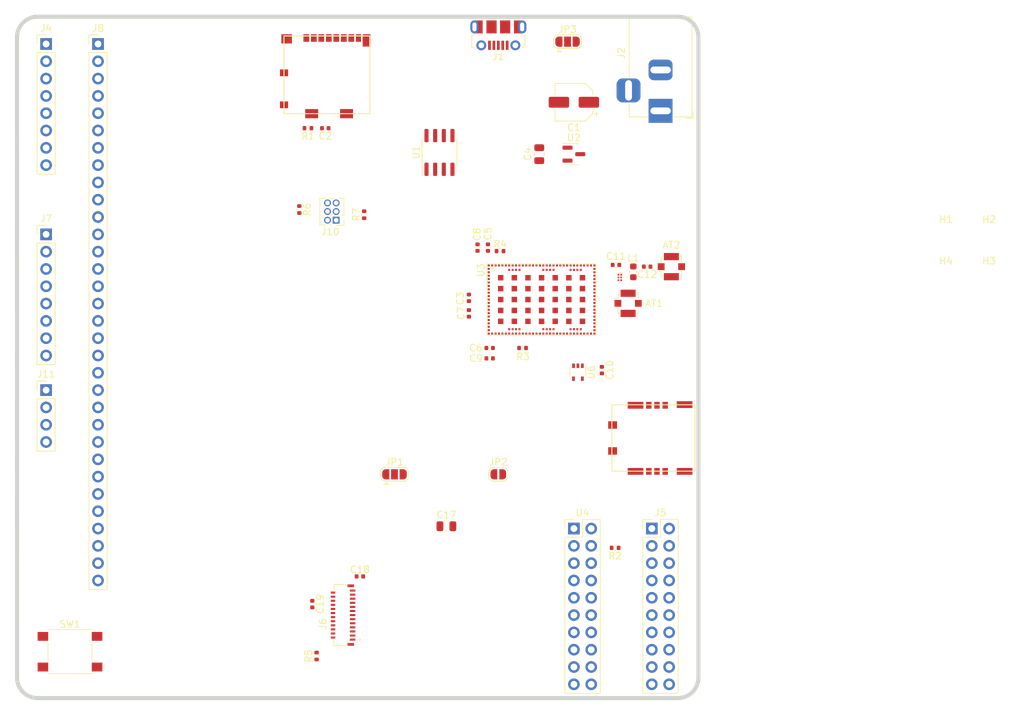
<source format=kicad_pcb>
(kicad_pcb (version 20211014) (generator pcbnew)
  (title_block (title "RP2040 Minimal Design Example") (date "2020-07-13") (rev "REV1") (company "Raspberry Pi (Trading) Ltd"))
  (layers (0 "F.Cu" signal) (31 "B.Cu" signal) (34 "B.Paste" user) (35 "F.Paste" user) (36 "B.SilkS" user "B.Silkscreen") (37 "F.SilkS" user "F.Silkscreen") (38 "B.Mask" user) (39 "F.Mask" user) (44 "Edge.Cuts" user))
  (net 0 "")
  (net 2 "CB_VCC")
  (net 3 "SCL")
  (net 4 "SDA")
  (net 5 "VS")
  (net 6 "HREF")
  (net 7 "PCLK")
  (net 8 "XCLK")
  (net 9 "CB_D7")
  (net 10 "CB_D6")
  (net 11 "CB_D5")
  (net 12 "CB_D4")
  (net 13 "CB_D3")
  (net 14 "CB_D2")
  (net 15 "CB_D0")
  (net 18 "PEN")
  (net 19 "PDN")
  (net 22 "CB_D1")
  (net 23 "CB_GND")
  (net 24 "CB_VIN")
  (net 31 "-BATT")
  (net 32 "Net-(AT1-Pad1)")
  (net 33 "Net-(AT2-Pad1)")
  (net 34 "VPP")
  (net 35 "V_3.3")
  (net 36 "Net-(C7-Pad2)")
  (net 37 "Net-(C10-Pad2)")
  (net 38 "Net-(C12-Pad2)")
  (net 40 "V_USB")
  (net 42 "+BATT")
  (net 43 "Net-(J8-Pad18)")
  (net 44 "Net-(J8-Pad19)")
  (net 45 "Net-(J8-Pad20)")
  (net 46 "TX")
  (net 47 "RX")
  (net 48 "SD_SCLK")
  (net 49 "SD_MISO")
  (net 50 "SD_MOSI")
  (net 51 "SD_CS")
  (net 52 "FLASH_SCLK")
  (net 53 "FLASH_MISO")
  (net 54 "FLASH_MOSI")
  (net 55 "FLASH_CS")
  (net 56 "nRF_PWR")
  (net 57 "nRF_STAT")
  (net 58 "nRF_RST")
  (net 59 "Net-(L1-Pad2)")
  (net 60 "nRF_EN")
  (net 61 "nRF_SWCLK")
  (net 62 "Net-(J10-Pad3)")
  (net 65 "nRF_SWDIO")
  (net 75 "Net-(U3-Pad67)")
  (net 81 "Net-(U3-Pad93)")
  (net 108 "Net-(U3-Pad43)")
  (net 109 "Net-(U3-Pad46)")
  (net 111 "Net-(U3-Pad48)")
  (footprint "project:SIMNano" (layer "F.Cu") (at 138.0585 131.826 90)
    (fp_text reference "J9" hide)
    (fp_text value "SIM" hide)
  )
  (footprint "Resistor_SMD:R_0402_1005Metric" (layer "F.Cu") (at 89.535 99.058 90)
    (fp_text reference "R7")
    (fp_text value "39 Ω")
  )
  (footprint "project:TSNP-6-2" (layer "F.Cu") (at 126.854 107.869)
    (fp_text reference "U5" hide)
    (fp_text value "BGA524N6" hide)
  )
  (footprint "Package_TO_SOT_SMD:SOT-23" (layer "F.Cu") (at 120.31 90.17)
    (fp_text reference "U2")
    (fp_text value "MCP1700-3302E_SOT23")
  )
  (footprint "Button_Switch_SMD:SW_Push_1P1T_NO_6x6mm_H9.5mm" (layer "F.Cu") (at 46.355 163.195)
    (fp_text reference "SW1")
    (fp_text value "RST")
  )
  (footprint "Connector_PinHeader_2.54mm:PinHeader_1x08_P2.54mm_Vertical" (layer "F.Cu") (at 42.85 101.94)
    (fp_text reference "J7")
    (fp_text value "Conn_01x08_Male")
  )
  (footprint "Package_SO:SOIC-8_3.9x4.9mm_P1.27mm" (layer "F.Cu") (at 100.584 89.916 90)
    (fp_text reference "U1")
    (fp_text value "23LCV1024-I/SN")
  )
  (footprint "Capacitor_SMD:C_0402_1005Metric" (layer "F.Cu") (at 126.492 106.426 180)
    (fp_text reference "C11")
    (fp_text value "100 nF")
  )
  (footprint "Connector_BarrelJack:BarrelJack_Horizontal" (layer "F.Cu") (at 133.0375 83.81 -90)
    (fp_text reference "J2")
    (fp_text value "Jack-DC")
  )
  (footprint "Resistor_SMD:R_0402_1005Metric" (layer "F.Cu") (at 80.01 98.298 -90)
    (fp_text reference "R6")
    (fp_text value "1 kΩ")
  )
  (footprint "project:nRF9160" (layer "F.Cu") (at 115.57 111.506)
    (fp_text reference "U3")
    (fp_text value "NRF9160")
  )
  (footprint "Capacitor_SMD:C_0402_1005Metric" (layer "F.Cu") (at 131.064 106.68 180)
    (fp_text reference "C12")
    (fp_text value "1 nF")
  )
  (footprint "Capacitor_SMD:C_0402_1005Metric" (layer "F.Cu") (at 81.915 156.21 -90)
    (fp_text reference "C19")
    (fp_text value "100 nF")
  )
  (footprint "Inductor_SMD:L_0603_1608Metric" (layer "F.Cu") (at 129.032 107.442 -90)
    (fp_text reference "L1")
    (fp_text value "9.1 nH")
  )
  (footprint "Resistor_SMD:R_0402_1005Metric" (layer "F.Cu") (at 126.365 147.955 180)
    (fp_text reference "R2")
    (fp_text value "10 kΩ")
  )
  (footprint "Capacitor_SMD:C_0402_1005Metric" (layer "F.Cu") (at 88.9 152.146 180)
    (fp_text reference "C18")
    (fp_text value "100 nF")
  )
  (footprint "Connector_PinHeader_2.54mm:PinHeader_1x04_P2.54mm_Vertical" (layer "F.Cu") (at 42.85 124.8)
    (fp_text reference "J11")
    (fp_text value "UART")
  )
  (footprint "Capacitor_SMD:CP_Elec_5x5.8" (layer "F.Cu") (at 120.31 82.55 180)
    (fp_text reference "C1")
    (fp_text value "100 uF")
  )
  (footprint "Capacitor_SMD:C_0402_1005Metric" (layer "F.Cu") (at 107.95 118.618 180)
    (fp_text reference "C6")
    (fp_text value "15 pF")
  )
  (footprint "MountingHole:MountingHole_2.7mm_M2.5" (layer "F.Cu") (at 181.24 109.56)
    (fp_text reference "H3")
    (fp_text value "MountingHole")
  )
  (footprint "Connector_USB:USB_Micro-B_Molex-105017-0001" (layer "F.Cu") (at 109.22 72.73 180)
    (fp_text reference "J1")
    (fp_text value "USB_B_Micro")
  )
  (footprint "Package_TO_SOT_SMD:SOT-353_SC-70-5" (layer "F.Cu") (at 120.904 122.174 -90)
    (fp_text reference "U6")
    (fp_text value "MSQA6V1W5T2G")
  )
  (footprint "FH26W-25S-0:HRS_FH26W-25S-0.3SHW(60)" (layer "F.Cu") (at 86.36 157.82 90)
    (fp_text reference "J6")
    (fp_text value "FH26W-25S-0.3SHW(60)")
  )
  (footprint "Resistor_SMD:R_0402_1005Metric" (layer "F.Cu") (at 82.55 163.83 90)
    (fp_text reference "R5")
    (fp_text value "10 kΩ")
  )
  (footprint "Resistor_SMD:R_0402_1005Metric" (layer "F.Cu") (at 109.474 104.394 180)
    (fp_text reference "R4")
    (fp_text value "10 kΩ")
  )
  (footprint "Capacitor_SMD:C_0402_1005Metric" (layer "F.Cu") (at 83.82 86.36 180)
    (fp_text reference "C2")
    (fp_text value "100 nF")
  )
  (footprint "Jumper:SolderJumper-3_P1.3mm_Open_RoundedPad1.0x1.5mm" (layer "F.Cu") (at 93.98 137.16)
    (fp_text reference "JP1")
    (fp_text value ".")
  )
  (footprint "Resistor_SMD:R_0402_1005Metric" (layer "F.Cu") (at 112.776 118.618)
    (fp_text reference "R3")
    (fp_text value "10 kΩ")
  )
  (footprint "Connector_PinHeader_1.27mm:PinHeader_2x03_P1.27mm_Vertical" (layer "F.Cu") (at 85.42 99.863 180)
    (fp_text reference "J10")
    (fp_text value "nRF_DBG")
  )
  (footprint "Connector_PinHeader_2.54mm:PinHeader_2x10_P2.54mm_Vertical" (layer "F.Cu") (at 120.315 145.12)
    (fp_text reference "U4")
    (fp_text value "OV7675pcb")
  )
  (footprint "Capacitor_SMD:C_0402_1005Metric" (layer "F.Cu") (at 107.696 103.886 -90)
    (fp_text reference "C5")
    (fp_text value "100 nF")
  )
  (footprint "project:microSD_Connector" (layer "F.Cu") (at 84.165 72.8275 180)
    (fp_text reference "J3" hide)
    (fp_text value "Micro_SD_Card" hide)
  )
  (footprint "Connector_PinHeader_2.54mm:PinHeader_1x32_P2.54mm_Vertical" (layer "F.Cu") (at 50.47 74)
    (fp_text reference "J8")
    (fp_text value "Conn_01x32_Male")
  )
  (footprint "Capacitor_SMD:C_0402_1005Metric" (layer "F.Cu") (at 107.95 120.142)
    (fp_text reference "C9")
    (fp_text value "15 pF")
  )
  (footprint "Connector_Coaxial:U.FL_Molex_MCRF_73412-0110_Vertical" (layer "F.Cu") (at 134.62 106.68 -90)
    (fp_text reference "AT2")
    (fp_text value "AT-GNSS")
  )
  (footprint "Capacitor_SMD:C_0805_2012Metric" (layer "F.Cu") (at 101.6 144.78)
    (fp_text reference "C17")
    (fp_text value "10 uF")
  )
  (footprint "Jumper:SolderJumper-2_P1.3mm_Open_RoundedPad1.0x1.5mm" (layer "F.Cu") (at 109.22 137.16)
    (fp_text reference "JP2")
    (fp_text value ".")
  )
  (footprint "Connector_PinHeader_2.54mm:PinHeader_2x10_P2.54mm_Vertical" (layer "F.Cu") (at 131.75 145.12)
    (fp_text reference "J5")
    (fp_text value "OV7675_DBG")
  )
  (footprint "Capacitor_SMD:C_0402_1005Metric" (layer "F.Cu") (at 104.902 111.252 90)
    (fp_text reference "C3")
    (fp_text value "100 nF")
  )
  (footprint "Jumper:SolderJumper-3_P1.3mm_Open_RoundedPad1.0x1.5mm" (layer "F.Cu") (at 119.38 73.66)
    (fp_text reference "JP3")
    (fp_text value ".")
  )
  (footprint "Capacitor_SMD:C_0402_1005Metric" (layer "F.Cu") (at 106.172 103.886 -90)
    (fp_text reference "C8")
    (fp_text value "100 nF")
  )
  (footprint "MountingHole:MountingHole_2.7mm_M2.5" (layer "F.Cu") (at 181.24 103.45)
    (fp_text reference "H2")
    (fp_text value "MountingHole")
  )
  (footprint "MountingHole:MountingHole_2.7mm_M2.5" (layer "F.Cu") (at 174.93 109.56)
    (fp_text reference "H4")
    (fp_text value "MountingHole")
  )
  (footprint "MountingHole:MountingHole_2.7mm_M2.5" (layer "F.Cu") (at 174.93 103.45)
    (fp_text reference "H1")
    (fp_text value "MountingHole")
  )
  (footprint "Resistor_SMD:R_0402_1005Metric" (layer "F.Cu") (at 81.28 86.36 180)
    (fp_text reference "R1")
    (fp_text value "100 kΩ")
  )
  (footprint "Connector_Coaxial:U.FL_Molex_MCRF_73412-0110_Vertical" (layer "F.Cu") (at 128.27 112.063 -90)
    (fp_text reference "AT1")
    (fp_text value "AT-MAIN")
  )
  (footprint "Connector_PinHeader_2.54mm:PinHeader_1x08_P2.54mm_Vertical" (layer "F.Cu") (at 42.85 74)
    (fp_text reference "J4")
    (fp_text value "Conn_01x08_Male")
  )
  (footprint "Capacitor_SMD:C_0402_1005Metric" (layer "F.Cu") (at 104.902 113.538 90)
    (fp_text reference "C7")
    (fp_text value "1 μF")
  )
  (footprint "Capacitor_SMD:C_0402_1005Metric" (layer "F.Cu") (at 124.419 121.869 -90)
    (fp_text reference "C10")
    (fp_text value "220 pF")
  )
  (footprint "Capacitor_SMD:C_0805_2012Metric" (layer "F.Cu") (at 115.23 90.17 90)
    (fp_text reference "C4")
    (fp_text value "10 uF")
  )
  (gr_line (start 135.59 170) (end 41.59 170) (layer "Edge.Cuts") (width 0.6))
  (gr_line (start 138.59 73) (end 138.59 167) (layer "Edge.Cuts") (width 0.6))
  (gr_line (start 41.58 70) (end 135.59 70) (layer "Edge.Cuts") (width 0.6))
  (gr_line (start 38.59 167) (end 38.58 73) (layer "Edge.Cuts") (width 0.6))
  (gr_arc (start 38.58 73) (mid 39.45868 70.87868) (end 41.58 70) (layer "Edge.Cuts") (width 0.6))
  (gr_arc (start 135.59 70) (mid 137.71132 70.87868) (end 138.59 73) (layer "Edge.Cuts") (width 0.6))
  (gr_arc (start 41.59 170) (mid 39.46868 169.12132) (end 38.59 167) (layer "Edge.Cuts") (width 0.6))
  (gr_arc (start 138.59 167) (mid 137.71132 169.12132) (end 135.59 170) (layer "Edge.Cuts") (width 0.6))
)
</source>
